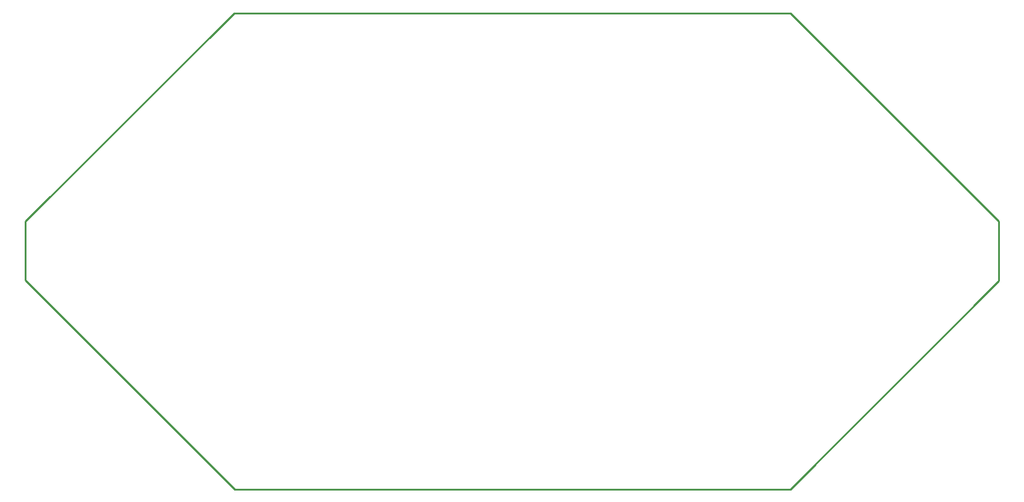
<source format=gm1>
%TF.GenerationSoftware,KiCad,Pcbnew,5.1.7-a382d34a8~87~ubuntu20.04.1*%
%TF.CreationDate,2020-10-15T10:11:22+03:00*%
%TF.ProjectId,BL_PCB_latest,424c5f50-4342-45f6-9c61-746573742e6b,rev?*%
%TF.SameCoordinates,Original*%
%TF.FileFunction,Profile,NP*%
%FSLAX46Y46*%
G04 Gerber Fmt 4.6, Leading zero omitted, Abs format (unit mm)*
G04 Created by KiCad (PCBNEW 5.1.7-a382d34a8~87~ubuntu20.04.1) date 2020-10-15 10:11:22*
%MOMM*%
%LPD*%
G01*
G04 APERTURE LIST*
%TA.AperFunction,Profile*%
%ADD10C,0.254000*%
%TD*%
G04 APERTURE END LIST*
D10*
X114046000Y-30861000D02*
X192278000Y-30861000D01*
X192278000Y-97917000D02*
X114173000Y-97917000D01*
X114173000Y-97917000D02*
X84709000Y-68453000D01*
X84709000Y-68453000D02*
X84709000Y-60198000D01*
X84709000Y-60198000D02*
X114046000Y-30861000D01*
X192278000Y-30861000D02*
X221615000Y-60198000D01*
X221615000Y-60198000D02*
X221615000Y-68580000D01*
X221615000Y-68580000D02*
X192278000Y-97917000D01*
M02*

</source>
